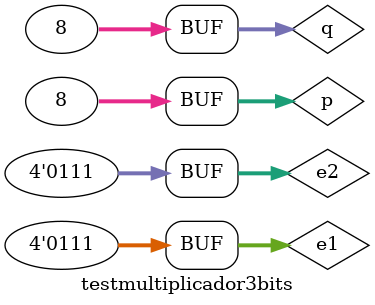
<source format=v>



module metodomeiasoma(s, v,e1,e2);
output s, v;
input e1,e2;

xor xor1 (s,e1,e2);
and and1 (v,e1,e2);

endmodule 

//-- -- Module soma completa --
module metodosomacompleta (soma, vaium, e1, e2, vemum);
output soma, vaium;
input e1,e2,vemum;
wire vai2;

metodomeiasoma MeiaSoma1 (s,vai,e1,e2);
metodomeiasoma MeiaSoma2 (soma,vai2,s,vemum);
or OR1 (vaium,vai2,vai);


endmodule


//-- -- Module somador 4 bits --
module metodoSomador4bits(s,vaium,e1,e2);

output [3:0]s;
output vaium;
input [3:0]e1,e2;
wire vaium1,vaium2,vaium3;

metodomeiasoma MEIASOMA (s[0],vaium1,e1[0],e2[0]);
metodosomacompleta SOMACOMPLETA1 (s[1],vaium2,e1[1],e2[1],vaium1);
metodosomacompleta SOMACOMPLETA2 (s[2],vaium3,e1[2],e2[2],vaium2);
metodosomacompleta SOMACOMPLETA3 (s[3],vaium,e1[3],e2[3],vaium3);

endmodule

//-- -- Module multiplicador 3 bits
module metodoMultiplicador3bits(x,s0,vaium,e1,e2);

output [3:0]x;
output vaium;
output s0;
input [3:0]e1,e2;
wire [3:0]a,b,temp2,s;
wire vaium1;


and AND13 (s0,e1[0],e2[0]);
and AND2 (b[0],e1[0],e2[1]);
and AND3 (b[1],e1[1],e2[1]);
and AND4 (b[2],e1[2],e2[1]);
and AND12 (b[3],0,0);
and AND5 (a[0],e1[1],e2[0]);
and AND10 (a[1],0,0);
and AND11 (a[2],0,0);
and AND6 (a[3],e1[2],e2[1]);

and AND7 (temp2[0],e1[2],e2[2]);
and AND8 (temp2[1],e1[1],e2[2]);
and AND9 (temp2[2],e1[0],e2[2]);
and AND14 (temp2[3],0,0);

metodoSomador4bits SOMADOR1(s,vaium1,a,b);
metodoSomador4bits SOMADOR2(x,vaium,s,temp2);


endmodule

//-- -- Module teste multiplicar ---

module testmultiplicador3bits;
reg [3:0]e1,e2;
wire [3:0]x;
wire vaium;
integer p,q;
 

metodoMultiplicador3bits MULTIPLICADOR(x,s0,vaium,e1,e2);

initial begin: start
		e1=0; e2=0;
end


	initial begin:main

	   $display("Guia 05 EX03 - Produto completo de dois valores binarios");
		$display("Nome: Alvaro Henrique de Araujo Rungue - 395487");
		#1 $display(" e1   + e2   = vai   s ");
		#1 $monitor(" %4b + %4b = %b    %4b%b", e1,e2,vaium,x,s0);

		for( p=0; p<=7; p = p+1 )
		begin
			e1 = p;
			for ( q=0; q<=7; q = q+1 )
			begin
				#1 e2 = q;
			end
		end

	end

endmodule

</source>
